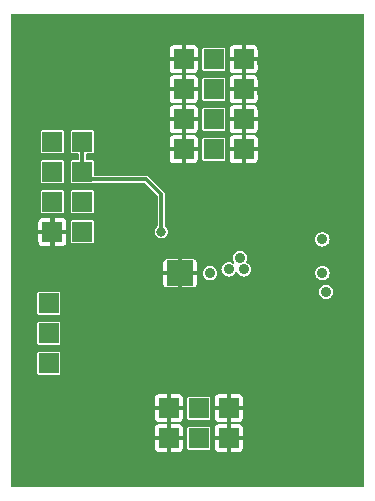
<source format=gbr>
%TF.GenerationSoftware,KiCad,Pcbnew,6.0.4-6f826c9f35~116~ubuntu20.04.1*%
%TF.CreationDate,2022-07-20T15:12:22+00:00*%
%TF.ProjectId,TPS63060V01B,54505336-3330-4363-9056-3031422e6b69,rev?*%
%TF.SameCoordinates,Original*%
%TF.FileFunction,Copper,L1,Top*%
%TF.FilePolarity,Positive*%
%FSLAX46Y46*%
G04 Gerber Fmt 4.6, Leading zero omitted, Abs format (unit mm)*
G04 Created by KiCad (PCBNEW 6.0.4-6f826c9f35~116~ubuntu20.04.1) date 2022-07-20 15:12:22*
%MOMM*%
%LPD*%
G01*
G04 APERTURE LIST*
%TA.AperFunction,ComponentPad*%
%ADD10R,1.651000X1.651000*%
%TD*%
%TA.AperFunction,ComponentPad*%
%ADD11C,6.000000*%
%TD*%
%TA.AperFunction,ComponentPad*%
%ADD12C,0.600000*%
%TD*%
%TA.AperFunction,SMDPad,CuDef*%
%ADD13R,2.300000X2.300000*%
%TD*%
%TA.AperFunction,ViaPad*%
%ADD14C,0.906400*%
%TD*%
%TA.AperFunction,ViaPad*%
%ADD15C,0.806400*%
%TD*%
%TA.AperFunction,Conductor*%
%ADD16C,0.304800*%
%TD*%
G04 APERTURE END LIST*
D10*
%TO.P,SV1,1,P$1*%
%TO.N,Net-(SV1-Pad1)*%
X136753600Y-109448600D03*
%TO.P,SV1,2,P$1*%
%TO.N,Net-(SV1-Pad2)*%
X136753600Y-111988600D03*
%TO.P,SV1,3,P$1*%
%TO.N,Net-(C20-Pad1)*%
X136753600Y-114528600D03*
%TD*%
%TO.P,SV6,1,P$1*%
%TO.N,Net-(SV6-Pad1)*%
X139611100Y-103416100D03*
%TO.P,SV6,2,P$1*%
%TO.N,GND*%
X137071100Y-103416100D03*
%TD*%
D11*
%TO.P,X2,1*%
%TO.N,GND*%
X138341100Y-120243600D03*
%TD*%
D10*
%TO.P,SV4,1,P$1*%
%TO.N,Net-(X5-Pad8)*%
X139611100Y-98336100D03*
%TO.P,SV4,2,P$1*%
%TO.N,Net-(R4-Pad1)*%
X137071100Y-98336100D03*
%TO.P,SV4,3,P$1*%
%TO.N,Net-(X5-Pad8)*%
X139611100Y-95796100D03*
%TO.P,SV4,4,P$1*%
%TO.N,Net-(R5-Pad1)*%
X137071100Y-95796100D03*
%TD*%
D11*
%TO.P,X4,1*%
%TO.N,GND*%
X158661100Y-120243600D03*
%TD*%
D10*
%TO.P,SV5,1,K*%
%TO.N,GND*%
X153263600Y-88811100D03*
%TO.P,SV5,2,K*%
X153263600Y-91351100D03*
%TO.P,SV5,3,K*%
%TO.N,Net-(C3-Pad1)*%
X150723600Y-88811100D03*
%TO.P,SV5,4,K*%
X150723600Y-91351100D03*
%TO.P,SV5,5,K*%
%TO.N,GND*%
X148183600Y-88811100D03*
%TO.P,SV5,6,K*%
X148183600Y-91351100D03*
%TD*%
D11*
%TO.P,X1,1*%
%TO.N,GND*%
X138341100Y-89763600D03*
%TD*%
%TO.P,X3,1*%
%TO.N,GND*%
X158661100Y-89763600D03*
%TD*%
D10*
%TO.P,SV2,1,K*%
%TO.N,GND*%
X148183600Y-96431100D03*
%TO.P,SV2,2,K*%
X148183600Y-93891100D03*
%TO.P,SV2,3,K*%
%TO.N,Net-(C3-Pad1)*%
X150723600Y-96431100D03*
%TO.P,SV2,4,K*%
X150723600Y-93891100D03*
%TO.P,SV2,5,K*%
%TO.N,GND*%
X153263600Y-96431100D03*
%TO.P,SV2,6,K*%
X153263600Y-93891100D03*
%TD*%
%TO.P,SV7,1,P$1*%
%TO.N,Net-(SV7-Pad1)*%
X139611100Y-100876100D03*
%TO.P,SV7,2,P$1*%
X137071100Y-100876100D03*
%TD*%
%TO.P,SV3,1,K*%
%TO.N,GND*%
X151993600Y-118338600D03*
%TO.P,SV3,2,K*%
X151993600Y-120878600D03*
%TO.P,SV3,3,K*%
%TO.N,Net-(P1-Pad1)*%
X149453600Y-118338600D03*
%TO.P,SV3,4,K*%
X149453600Y-120878600D03*
%TO.P,SV3,5,K*%
%TO.N,GND*%
X146913600Y-118338600D03*
%TO.P,SV3,6,K*%
X146913600Y-120878600D03*
%TD*%
D12*
%TO.P,X5,11,PGND*%
%TO.N,GND*%
X148366100Y-106408600D03*
X147866100Y-106908600D03*
X148366100Y-107408600D03*
X147366100Y-107408600D03*
X147366100Y-106408600D03*
D13*
X147866100Y-106909600D03*
%TD*%
D14*
%TO.N,GND*%
X152628600Y-86271100D03*
X157073600Y-106591100D03*
X155168600Y-118021100D03*
X145008600Y-100241100D03*
X157708600Y-113893600D03*
X155168600Y-115481100D03*
X146596100Y-93891100D03*
X141516100Y-122466100D03*
X154851100Y-90398600D03*
X145326100Y-123101100D03*
X158661100Y-97701100D03*
X160248600Y-113258600D03*
X160566100Y-101193600D03*
X155168600Y-116751100D03*
X146596100Y-95161100D03*
X151993600Y-112306100D03*
X144056100Y-123418600D03*
X154851100Y-87858600D03*
X159296100Y-98653600D03*
X146596100Y-91351100D03*
X146596100Y-90081100D03*
X160566100Y-99923600D03*
X150088600Y-86271100D03*
X145643600Y-106273600D03*
X156438600Y-104686100D03*
X155168600Y-122148600D03*
X142151100Y-93891100D03*
X149136100Y-123101100D03*
X155803600Y-106591100D03*
X146596100Y-92621100D03*
X154851100Y-91668600D03*
X160248600Y-94526100D03*
X154851100Y-92938600D03*
X158978600Y-104686100D03*
X153898600Y-86906100D03*
X146596100Y-88811100D03*
X150723600Y-123101100D03*
X145008600Y-101511100D03*
X148183600Y-101193600D03*
X160248600Y-111671100D03*
X156438600Y-113893600D03*
X154533600Y-123101100D03*
X142786100Y-123101100D03*
X140881100Y-108178600D03*
X142151100Y-92621100D03*
X153263600Y-123101100D03*
X138976100Y-108178600D03*
X148818600Y-86271100D03*
X154533600Y-106591100D03*
X152946100Y-99606100D03*
X158661100Y-96113600D03*
X158978600Y-94526100D03*
X157708600Y-104686100D03*
X146596100Y-96431100D03*
X160248600Y-110083600D03*
X151993600Y-123101100D03*
X146596100Y-123101100D03*
X148501100Y-100241100D03*
X151358600Y-86271100D03*
X155168600Y-104686100D03*
X154851100Y-89128600D03*
X153898600Y-104686100D03*
X158343600Y-106591100D03*
X146596100Y-87223600D03*
X158978600Y-113893600D03*
X155168600Y-114211100D03*
X147866100Y-86906100D03*
X160566100Y-102781100D03*
X147866100Y-123101100D03*
%TO.N,Net-(X5-Pad1)*%
X151993600Y-106591100D03*
X150406100Y-106908600D03*
X153263600Y-106591100D03*
X152946100Y-105638600D03*
%TO.N,Net-(X5-Pad10)*%
X160248600Y-108496100D03*
X159931100Y-104051100D03*
X159931100Y-106908600D03*
D15*
%TO.N,Net-(X5-Pad8)*%
X146278600Y-103416100D03*
%TD*%
D16*
%TO.N,Net-(X5-Pad8)*%
X140246100Y-98971100D02*
X139611100Y-98336100D01*
X139611100Y-98336100D02*
X139611100Y-95796100D01*
X140246100Y-98971100D02*
X145008600Y-98971100D01*
X145008600Y-98971100D02*
X146278600Y-100241100D01*
X146278600Y-100241100D02*
X146278600Y-103416100D01*
%TD*%
%TA.AperFunction,Conductor*%
%TO.N,GND*%
G36*
X163435238Y-84980193D02*
G01*
X163460958Y-85024742D01*
X163462100Y-85037800D01*
X163462100Y-124969400D01*
X163444507Y-125017738D01*
X163399958Y-125043458D01*
X163386900Y-125044600D01*
X133615300Y-125044600D01*
X133566962Y-125027007D01*
X133541242Y-124982458D01*
X133540100Y-124969400D01*
X133540100Y-121734980D01*
X145733301Y-121734980D01*
X145733702Y-121740449D01*
X145742715Y-121801684D01*
X145746141Y-121812709D01*
X145792885Y-121907917D01*
X145800019Y-121917882D01*
X145874820Y-121992551D01*
X145884802Y-121999672D01*
X145980095Y-122046252D01*
X145991109Y-122049656D01*
X146051768Y-122058506D01*
X146057201Y-122058900D01*
X146722941Y-122058900D01*
X146733098Y-122055203D01*
X146736200Y-122049831D01*
X146736200Y-122045640D01*
X147091000Y-122045640D01*
X147094697Y-122055797D01*
X147100069Y-122058899D01*
X147769980Y-122058899D01*
X147775449Y-122058498D01*
X147836684Y-122049485D01*
X147847709Y-122046059D01*
X147942917Y-121999315D01*
X147952882Y-121992181D01*
X148027551Y-121917380D01*
X148034672Y-121907398D01*
X148081252Y-121812105D01*
X148084656Y-121801091D01*
X148093506Y-121740432D01*
X148093900Y-121734999D01*
X148093900Y-121069259D01*
X148090203Y-121059102D01*
X148084831Y-121056000D01*
X147104259Y-121056000D01*
X147094102Y-121059697D01*
X147091000Y-121065069D01*
X147091000Y-122045640D01*
X146736200Y-122045640D01*
X146736200Y-121069259D01*
X146732503Y-121059102D01*
X146727131Y-121056000D01*
X145746560Y-121056000D01*
X145736403Y-121059697D01*
X145733301Y-121065069D01*
X145733301Y-121734980D01*
X133540100Y-121734980D01*
X133540100Y-120687941D01*
X145733300Y-120687941D01*
X145736997Y-120698098D01*
X145742369Y-120701200D01*
X146722941Y-120701200D01*
X146733098Y-120697503D01*
X146736200Y-120692131D01*
X146736200Y-120687941D01*
X147091000Y-120687941D01*
X147094697Y-120698098D01*
X147100069Y-120701200D01*
X148080640Y-120701200D01*
X148090797Y-120697503D01*
X148093899Y-120692131D01*
X148093899Y-120038043D01*
X148475200Y-120038043D01*
X148475201Y-121719156D01*
X148484072Y-121763758D01*
X148517866Y-121814334D01*
X148524023Y-121818448D01*
X148562283Y-121844013D01*
X148562284Y-121844014D01*
X148568442Y-121848128D01*
X148613043Y-121857000D01*
X149453486Y-121857000D01*
X150294156Y-121856999D01*
X150338758Y-121848128D01*
X150389334Y-121814334D01*
X150423128Y-121763758D01*
X150428849Y-121734999D01*
X150428853Y-121734980D01*
X150813301Y-121734980D01*
X150813702Y-121740449D01*
X150822715Y-121801684D01*
X150826141Y-121812709D01*
X150872885Y-121907917D01*
X150880019Y-121917882D01*
X150954820Y-121992551D01*
X150964802Y-121999672D01*
X151060095Y-122046252D01*
X151071109Y-122049656D01*
X151131768Y-122058506D01*
X151137201Y-122058900D01*
X151802941Y-122058900D01*
X151813098Y-122055203D01*
X151816200Y-122049831D01*
X151816200Y-122045640D01*
X152171000Y-122045640D01*
X152174697Y-122055797D01*
X152180069Y-122058899D01*
X152849980Y-122058899D01*
X152855449Y-122058498D01*
X152916684Y-122049485D01*
X152927709Y-122046059D01*
X153022917Y-121999315D01*
X153032882Y-121992181D01*
X153107551Y-121917380D01*
X153114672Y-121907398D01*
X153161252Y-121812105D01*
X153164656Y-121801091D01*
X153173506Y-121740432D01*
X153173900Y-121734999D01*
X153173900Y-121069259D01*
X153170203Y-121059102D01*
X153164831Y-121056000D01*
X152184259Y-121056000D01*
X152174102Y-121059697D01*
X152171000Y-121065069D01*
X152171000Y-122045640D01*
X151816200Y-122045640D01*
X151816200Y-121069259D01*
X151812503Y-121059102D01*
X151807131Y-121056000D01*
X150826560Y-121056000D01*
X150816403Y-121059697D01*
X150813301Y-121065069D01*
X150813301Y-121734980D01*
X150428853Y-121734980D01*
X150431279Y-121722782D01*
X150431279Y-121722781D01*
X150432000Y-121719157D01*
X150431999Y-120687941D01*
X150813300Y-120687941D01*
X150816997Y-120698098D01*
X150822369Y-120701200D01*
X151802941Y-120701200D01*
X151813098Y-120697503D01*
X151816200Y-120692131D01*
X151816200Y-120687941D01*
X152171000Y-120687941D01*
X152174697Y-120698098D01*
X152180069Y-120701200D01*
X153160640Y-120701200D01*
X153170797Y-120697503D01*
X153173899Y-120692131D01*
X153173899Y-120022220D01*
X153173498Y-120016751D01*
X153164485Y-119955516D01*
X153161059Y-119944491D01*
X153114315Y-119849283D01*
X153107181Y-119839318D01*
X153032380Y-119764649D01*
X153022398Y-119757528D01*
X152927105Y-119710948D01*
X152916091Y-119707544D01*
X152855432Y-119698694D01*
X152849999Y-119698300D01*
X152184259Y-119698300D01*
X152174102Y-119701997D01*
X152171000Y-119707369D01*
X152171000Y-120687941D01*
X151816200Y-120687941D01*
X151816200Y-119711560D01*
X151812503Y-119701403D01*
X151807131Y-119698301D01*
X151137220Y-119698301D01*
X151131751Y-119698702D01*
X151070516Y-119707715D01*
X151059491Y-119711141D01*
X150964283Y-119757885D01*
X150954318Y-119765019D01*
X150879649Y-119839820D01*
X150872528Y-119849802D01*
X150825948Y-119945095D01*
X150822544Y-119956109D01*
X150813694Y-120016768D01*
X150813300Y-120022201D01*
X150813300Y-120687941D01*
X150431999Y-120687941D01*
X150431999Y-120038044D01*
X150423128Y-119993442D01*
X150389334Y-119942866D01*
X150344918Y-119913188D01*
X150344916Y-119913186D01*
X150338758Y-119909072D01*
X150294157Y-119900200D01*
X149453714Y-119900200D01*
X148613044Y-119900201D01*
X148568442Y-119909072D01*
X148517866Y-119942866D01*
X148484072Y-119993442D01*
X148482627Y-120000706D01*
X148478348Y-120022220D01*
X148475200Y-120038043D01*
X148093899Y-120038043D01*
X148093899Y-120022220D01*
X148093498Y-120016751D01*
X148084485Y-119955516D01*
X148081059Y-119944491D01*
X148034315Y-119849283D01*
X148027181Y-119839318D01*
X147952380Y-119764649D01*
X147942398Y-119757528D01*
X147847105Y-119710948D01*
X147836091Y-119707544D01*
X147775432Y-119698694D01*
X147769999Y-119698300D01*
X147104259Y-119698300D01*
X147094102Y-119701997D01*
X147091000Y-119707369D01*
X147091000Y-120687941D01*
X146736200Y-120687941D01*
X146736200Y-119711560D01*
X146732503Y-119701403D01*
X146727131Y-119698301D01*
X146057220Y-119698301D01*
X146051751Y-119698702D01*
X145990516Y-119707715D01*
X145979491Y-119711141D01*
X145884283Y-119757885D01*
X145874318Y-119765019D01*
X145799649Y-119839820D01*
X145792528Y-119849802D01*
X145745948Y-119945095D01*
X145742544Y-119956109D01*
X145733694Y-120016768D01*
X145733300Y-120022201D01*
X145733300Y-120687941D01*
X133540100Y-120687941D01*
X133540100Y-119194980D01*
X145733301Y-119194980D01*
X145733702Y-119200449D01*
X145742715Y-119261684D01*
X145746141Y-119272709D01*
X145792885Y-119367917D01*
X145800019Y-119377882D01*
X145874820Y-119452551D01*
X145884802Y-119459672D01*
X145980095Y-119506252D01*
X145991109Y-119509656D01*
X146051768Y-119518506D01*
X146057201Y-119518900D01*
X146722941Y-119518900D01*
X146733098Y-119515203D01*
X146736200Y-119509831D01*
X146736200Y-119505640D01*
X147091000Y-119505640D01*
X147094697Y-119515797D01*
X147100069Y-119518899D01*
X147769980Y-119518899D01*
X147775449Y-119518498D01*
X147836684Y-119509485D01*
X147847709Y-119506059D01*
X147942917Y-119459315D01*
X147952882Y-119452181D01*
X148027551Y-119377380D01*
X148034672Y-119367398D01*
X148081252Y-119272105D01*
X148084656Y-119261091D01*
X148093506Y-119200432D01*
X148093900Y-119194999D01*
X148093900Y-118529259D01*
X148090203Y-118519102D01*
X148084831Y-118516000D01*
X147104259Y-118516000D01*
X147094102Y-118519697D01*
X147091000Y-118525069D01*
X147091000Y-119505640D01*
X146736200Y-119505640D01*
X146736200Y-118529259D01*
X146732503Y-118519102D01*
X146727131Y-118516000D01*
X145746560Y-118516000D01*
X145736403Y-118519697D01*
X145733301Y-118525069D01*
X145733301Y-119194980D01*
X133540100Y-119194980D01*
X133540100Y-118147941D01*
X145733300Y-118147941D01*
X145736997Y-118158098D01*
X145742369Y-118161200D01*
X146722941Y-118161200D01*
X146733098Y-118157503D01*
X146736200Y-118152131D01*
X146736200Y-118147941D01*
X147091000Y-118147941D01*
X147094697Y-118158098D01*
X147100069Y-118161200D01*
X148080640Y-118161200D01*
X148090797Y-118157503D01*
X148093899Y-118152131D01*
X148093899Y-117498043D01*
X148475200Y-117498043D01*
X148475201Y-119179156D01*
X148484072Y-119223758D01*
X148517866Y-119274334D01*
X148524023Y-119278448D01*
X148562283Y-119304013D01*
X148562284Y-119304014D01*
X148568442Y-119308128D01*
X148613043Y-119317000D01*
X149453486Y-119317000D01*
X150294156Y-119316999D01*
X150338758Y-119308128D01*
X150389334Y-119274334D01*
X150423128Y-119223758D01*
X150428849Y-119194999D01*
X150428853Y-119194980D01*
X150813301Y-119194980D01*
X150813702Y-119200449D01*
X150822715Y-119261684D01*
X150826141Y-119272709D01*
X150872885Y-119367917D01*
X150880019Y-119377882D01*
X150954820Y-119452551D01*
X150964802Y-119459672D01*
X151060095Y-119506252D01*
X151071109Y-119509656D01*
X151131768Y-119518506D01*
X151137201Y-119518900D01*
X151802941Y-119518900D01*
X151813098Y-119515203D01*
X151816200Y-119509831D01*
X151816200Y-119505640D01*
X152171000Y-119505640D01*
X152174697Y-119515797D01*
X152180069Y-119518899D01*
X152849980Y-119518899D01*
X152855449Y-119518498D01*
X152916684Y-119509485D01*
X152927709Y-119506059D01*
X153022917Y-119459315D01*
X153032882Y-119452181D01*
X153107551Y-119377380D01*
X153114672Y-119367398D01*
X153161252Y-119272105D01*
X153164656Y-119261091D01*
X153173506Y-119200432D01*
X153173900Y-119194999D01*
X153173900Y-118529259D01*
X153170203Y-118519102D01*
X153164831Y-118516000D01*
X152184259Y-118516000D01*
X152174102Y-118519697D01*
X152171000Y-118525069D01*
X152171000Y-119505640D01*
X151816200Y-119505640D01*
X151816200Y-118529259D01*
X151812503Y-118519102D01*
X151807131Y-118516000D01*
X150826560Y-118516000D01*
X150816403Y-118519697D01*
X150813301Y-118525069D01*
X150813301Y-119194980D01*
X150428853Y-119194980D01*
X150431279Y-119182782D01*
X150431279Y-119182781D01*
X150432000Y-119179157D01*
X150431999Y-118147941D01*
X150813300Y-118147941D01*
X150816997Y-118158098D01*
X150822369Y-118161200D01*
X151802941Y-118161200D01*
X151813098Y-118157503D01*
X151816200Y-118152131D01*
X151816200Y-118147941D01*
X152171000Y-118147941D01*
X152174697Y-118158098D01*
X152180069Y-118161200D01*
X153160640Y-118161200D01*
X153170797Y-118157503D01*
X153173899Y-118152131D01*
X153173899Y-117482220D01*
X153173498Y-117476751D01*
X153164485Y-117415516D01*
X153161059Y-117404491D01*
X153114315Y-117309283D01*
X153107181Y-117299318D01*
X153032380Y-117224649D01*
X153022398Y-117217528D01*
X152927105Y-117170948D01*
X152916091Y-117167544D01*
X152855432Y-117158694D01*
X152849999Y-117158300D01*
X152184259Y-117158300D01*
X152174102Y-117161997D01*
X152171000Y-117167369D01*
X152171000Y-118147941D01*
X151816200Y-118147941D01*
X151816200Y-117171560D01*
X151812503Y-117161403D01*
X151807131Y-117158301D01*
X151137220Y-117158301D01*
X151131751Y-117158702D01*
X151070516Y-117167715D01*
X151059491Y-117171141D01*
X150964283Y-117217885D01*
X150954318Y-117225019D01*
X150879649Y-117299820D01*
X150872528Y-117309802D01*
X150825948Y-117405095D01*
X150822544Y-117416109D01*
X150813694Y-117476768D01*
X150813300Y-117482201D01*
X150813300Y-118147941D01*
X150431999Y-118147941D01*
X150431999Y-117498044D01*
X150423128Y-117453442D01*
X150389334Y-117402866D01*
X150344918Y-117373188D01*
X150344916Y-117373186D01*
X150338758Y-117369072D01*
X150294157Y-117360200D01*
X149453714Y-117360200D01*
X148613044Y-117360201D01*
X148568442Y-117369072D01*
X148517866Y-117402866D01*
X148484072Y-117453442D01*
X148482627Y-117460706D01*
X148478348Y-117482220D01*
X148475200Y-117498043D01*
X148093899Y-117498043D01*
X148093899Y-117482220D01*
X148093498Y-117476751D01*
X148084485Y-117415516D01*
X148081059Y-117404491D01*
X148034315Y-117309283D01*
X148027181Y-117299318D01*
X147952380Y-117224649D01*
X147942398Y-117217528D01*
X147847105Y-117170948D01*
X147836091Y-117167544D01*
X147775432Y-117158694D01*
X147769999Y-117158300D01*
X147104259Y-117158300D01*
X147094102Y-117161997D01*
X147091000Y-117167369D01*
X147091000Y-118147941D01*
X146736200Y-118147941D01*
X146736200Y-117171560D01*
X146732503Y-117161403D01*
X146727131Y-117158301D01*
X146057220Y-117158301D01*
X146051751Y-117158702D01*
X145990516Y-117167715D01*
X145979491Y-117171141D01*
X145884283Y-117217885D01*
X145874318Y-117225019D01*
X145799649Y-117299820D01*
X145792528Y-117309802D01*
X145745948Y-117405095D01*
X145742544Y-117416109D01*
X145733694Y-117476768D01*
X145733300Y-117482201D01*
X145733300Y-118147941D01*
X133540100Y-118147941D01*
X133540100Y-113688043D01*
X135775200Y-113688043D01*
X135775201Y-115369156D01*
X135784072Y-115413758D01*
X135817866Y-115464334D01*
X135824023Y-115468448D01*
X135862283Y-115494013D01*
X135862284Y-115494014D01*
X135868442Y-115498128D01*
X135913043Y-115507000D01*
X136753486Y-115507000D01*
X137594156Y-115506999D01*
X137638758Y-115498128D01*
X137689334Y-115464334D01*
X137723128Y-115413758D01*
X137732000Y-115369157D01*
X137731999Y-113688044D01*
X137723128Y-113643442D01*
X137689334Y-113592866D01*
X137644918Y-113563188D01*
X137644916Y-113563186D01*
X137638758Y-113559072D01*
X137594157Y-113550200D01*
X136753714Y-113550200D01*
X135913044Y-113550201D01*
X135868442Y-113559072D01*
X135817866Y-113592866D01*
X135784072Y-113643442D01*
X135775200Y-113688043D01*
X133540100Y-113688043D01*
X133540100Y-111148043D01*
X135775200Y-111148043D01*
X135775201Y-112829156D01*
X135784072Y-112873758D01*
X135817866Y-112924334D01*
X135824023Y-112928448D01*
X135862283Y-112954013D01*
X135862284Y-112954014D01*
X135868442Y-112958128D01*
X135913043Y-112967000D01*
X136753486Y-112967000D01*
X137594156Y-112966999D01*
X137638758Y-112958128D01*
X137689334Y-112924334D01*
X137723128Y-112873758D01*
X137732000Y-112829157D01*
X137731999Y-111148044D01*
X137723128Y-111103442D01*
X137689334Y-111052866D01*
X137644918Y-111023188D01*
X137644916Y-111023186D01*
X137638758Y-111019072D01*
X137594157Y-111010200D01*
X136753714Y-111010200D01*
X135913044Y-111010201D01*
X135868442Y-111019072D01*
X135817866Y-111052866D01*
X135784072Y-111103442D01*
X135775200Y-111148043D01*
X133540100Y-111148043D01*
X133540100Y-108608043D01*
X135775200Y-108608043D01*
X135775201Y-110289156D01*
X135784072Y-110333758D01*
X135817866Y-110384334D01*
X135824023Y-110388448D01*
X135862283Y-110414013D01*
X135862284Y-110414014D01*
X135868442Y-110418128D01*
X135913043Y-110427000D01*
X136753486Y-110427000D01*
X137594156Y-110426999D01*
X137638758Y-110418128D01*
X137689334Y-110384334D01*
X137723128Y-110333758D01*
X137732000Y-110289157D01*
X137731999Y-108608044D01*
X137723128Y-108563442D01*
X137689334Y-108512866D01*
X137683177Y-108508752D01*
X137664242Y-108496100D01*
X159637270Y-108496100D01*
X159637913Y-108500984D01*
X159652495Y-108611741D01*
X159658101Y-108654324D01*
X159719173Y-108801765D01*
X159722169Y-108805669D01*
X159722171Y-108805673D01*
X159813326Y-108924469D01*
X159816324Y-108928376D01*
X159820231Y-108931374D01*
X159939027Y-109022529D01*
X159939031Y-109022531D01*
X159942935Y-109025527D01*
X160016655Y-109056063D01*
X160085827Y-109084715D01*
X160085829Y-109084715D01*
X160090376Y-109086599D01*
X160095254Y-109087241D01*
X160095257Y-109087242D01*
X160243716Y-109106787D01*
X160248600Y-109107430D01*
X160253484Y-109106787D01*
X160401943Y-109087242D01*
X160401946Y-109087241D01*
X160406824Y-109086599D01*
X160411371Y-109084715D01*
X160411373Y-109084715D01*
X160480545Y-109056063D01*
X160554265Y-109025527D01*
X160558169Y-109022531D01*
X160558173Y-109022529D01*
X160676969Y-108931374D01*
X160680876Y-108928376D01*
X160683874Y-108924469D01*
X160775029Y-108805673D01*
X160775031Y-108805669D01*
X160778027Y-108801765D01*
X160839099Y-108654324D01*
X160844706Y-108611741D01*
X160859287Y-108500984D01*
X160859930Y-108496100D01*
X160839099Y-108337876D01*
X160778027Y-108190435D01*
X160775031Y-108186531D01*
X160775029Y-108186527D01*
X160683874Y-108067731D01*
X160680876Y-108063824D01*
X160658535Y-108046681D01*
X160558173Y-107969671D01*
X160558169Y-107969669D01*
X160554265Y-107966673D01*
X160480545Y-107936137D01*
X160411373Y-107907485D01*
X160411371Y-107907485D01*
X160406824Y-107905601D01*
X160401946Y-107904959D01*
X160401943Y-107904958D01*
X160253484Y-107885413D01*
X160248600Y-107884770D01*
X160243716Y-107885413D01*
X160095257Y-107904958D01*
X160095254Y-107904959D01*
X160090376Y-107905601D01*
X160085829Y-107907485D01*
X160085827Y-107907485D01*
X160016655Y-107936137D01*
X159942935Y-107966673D01*
X159939031Y-107969669D01*
X159939027Y-107969671D01*
X159838665Y-108046681D01*
X159816324Y-108063824D01*
X159813326Y-108067731D01*
X159722171Y-108186527D01*
X159722169Y-108186531D01*
X159719173Y-108190435D01*
X159658101Y-108337876D01*
X159637270Y-108496100D01*
X137664242Y-108496100D01*
X137644917Y-108483187D01*
X137644916Y-108483186D01*
X137638758Y-108479072D01*
X137594157Y-108470200D01*
X136753714Y-108470200D01*
X135913044Y-108470201D01*
X135868442Y-108479072D01*
X135817866Y-108512866D01*
X135784072Y-108563442D01*
X135775200Y-108608043D01*
X133540100Y-108608043D01*
X133540100Y-107789480D01*
X146436301Y-107789480D01*
X146436702Y-107794949D01*
X146445715Y-107856184D01*
X146449141Y-107867209D01*
X146495885Y-107962417D01*
X146503019Y-107972382D01*
X146577820Y-108047051D01*
X146587802Y-108054172D01*
X146683095Y-108100752D01*
X146694109Y-108104156D01*
X146754768Y-108113006D01*
X146760201Y-108113400D01*
X147675441Y-108113400D01*
X147685598Y-108109703D01*
X147688700Y-108104331D01*
X147688700Y-108100140D01*
X148043500Y-108100140D01*
X148047197Y-108110297D01*
X148052569Y-108113399D01*
X148971980Y-108113399D01*
X148977449Y-108112998D01*
X149038684Y-108103985D01*
X149049709Y-108100559D01*
X149144917Y-108053815D01*
X149154882Y-108046681D01*
X149229551Y-107971880D01*
X149236672Y-107961898D01*
X149283252Y-107866605D01*
X149286656Y-107855591D01*
X149295506Y-107794932D01*
X149295900Y-107789499D01*
X149295900Y-107099259D01*
X149292203Y-107089102D01*
X149286831Y-107086000D01*
X148752841Y-107086000D01*
X148731995Y-107093587D01*
X148516981Y-107308600D01*
X148266100Y-107559481D01*
X148052876Y-107772706D01*
X148043500Y-107792812D01*
X148043500Y-108100140D01*
X147688700Y-108100140D01*
X147688700Y-107795341D01*
X147681113Y-107774495D01*
X147215219Y-107308600D01*
X147001995Y-107095377D01*
X146981886Y-107086000D01*
X146449560Y-107086000D01*
X146439403Y-107089697D01*
X146436301Y-107095069D01*
X146436301Y-107789480D01*
X133540100Y-107789480D01*
X133540100Y-106908600D01*
X149794770Y-106908600D01*
X149795413Y-106913484D01*
X149810276Y-107026374D01*
X149815601Y-107066824D01*
X149817485Y-107071371D01*
X149817485Y-107071373D01*
X149827300Y-107095069D01*
X149876673Y-107214265D01*
X149879669Y-107218169D01*
X149879671Y-107218173D01*
X149949058Y-107308600D01*
X149973824Y-107340876D01*
X149977731Y-107343874D01*
X150096527Y-107435029D01*
X150096531Y-107435031D01*
X150100435Y-107438027D01*
X150174156Y-107468563D01*
X150243327Y-107497215D01*
X150243329Y-107497215D01*
X150247876Y-107499099D01*
X150252754Y-107499741D01*
X150252757Y-107499742D01*
X150401216Y-107519287D01*
X150406100Y-107519930D01*
X150410984Y-107519287D01*
X150559443Y-107499742D01*
X150559446Y-107499741D01*
X150564324Y-107499099D01*
X150568871Y-107497215D01*
X150568873Y-107497215D01*
X150638044Y-107468563D01*
X150711765Y-107438027D01*
X150715669Y-107435031D01*
X150715673Y-107435029D01*
X150834469Y-107343874D01*
X150838376Y-107340876D01*
X150863142Y-107308600D01*
X150932529Y-107218173D01*
X150932531Y-107218169D01*
X150935527Y-107214265D01*
X150984900Y-107095069D01*
X150994715Y-107071373D01*
X150994715Y-107071371D01*
X150996599Y-107066824D01*
X151001925Y-107026374D01*
X151016787Y-106913484D01*
X151017430Y-106908600D01*
X151004399Y-106809619D01*
X150997242Y-106755257D01*
X150997241Y-106755254D01*
X150996599Y-106750376D01*
X150994142Y-106744443D01*
X150937411Y-106607484D01*
X150935527Y-106602935D01*
X150932531Y-106599031D01*
X150932529Y-106599027D01*
X150926446Y-106591100D01*
X151382270Y-106591100D01*
X151403101Y-106749324D01*
X151404985Y-106753871D01*
X151404985Y-106753873D01*
X151409586Y-106764980D01*
X151464173Y-106896765D01*
X151467169Y-106900669D01*
X151467171Y-106900673D01*
X151558326Y-107019469D01*
X151561324Y-107023376D01*
X151565231Y-107026374D01*
X151684027Y-107117529D01*
X151684031Y-107117531D01*
X151687935Y-107120527D01*
X151761655Y-107151063D01*
X151830827Y-107179715D01*
X151830829Y-107179715D01*
X151835376Y-107181599D01*
X151840254Y-107182241D01*
X151840257Y-107182242D01*
X151988716Y-107201787D01*
X151993600Y-107202430D01*
X151998484Y-107201787D01*
X152146943Y-107182242D01*
X152146946Y-107182241D01*
X152151824Y-107181599D01*
X152156371Y-107179715D01*
X152156373Y-107179715D01*
X152225545Y-107151063D01*
X152299265Y-107120527D01*
X152303169Y-107117531D01*
X152303173Y-107117529D01*
X152421969Y-107026374D01*
X152425876Y-107023376D01*
X152428874Y-107019469D01*
X152520029Y-106900673D01*
X152520031Y-106900669D01*
X152523027Y-106896765D01*
X152559124Y-106809619D01*
X152593876Y-106771694D01*
X152644876Y-106764980D01*
X152688260Y-106792618D01*
X152698076Y-106809619D01*
X152734173Y-106896765D01*
X152737169Y-106900669D01*
X152737171Y-106900673D01*
X152828326Y-107019469D01*
X152831324Y-107023376D01*
X152835231Y-107026374D01*
X152954027Y-107117529D01*
X152954031Y-107117531D01*
X152957935Y-107120527D01*
X153031655Y-107151063D01*
X153100827Y-107179715D01*
X153100829Y-107179715D01*
X153105376Y-107181599D01*
X153110254Y-107182241D01*
X153110257Y-107182242D01*
X153258716Y-107201787D01*
X153263600Y-107202430D01*
X153268484Y-107201787D01*
X153416943Y-107182242D01*
X153416946Y-107182241D01*
X153421824Y-107181599D01*
X153426371Y-107179715D01*
X153426373Y-107179715D01*
X153495545Y-107151063D01*
X153569265Y-107120527D01*
X153573169Y-107117531D01*
X153573173Y-107117529D01*
X153691969Y-107026374D01*
X153695876Y-107023376D01*
X153698874Y-107019469D01*
X153783946Y-106908600D01*
X159319770Y-106908600D01*
X159320413Y-106913484D01*
X159335276Y-107026374D01*
X159340601Y-107066824D01*
X159342485Y-107071371D01*
X159342485Y-107071373D01*
X159352300Y-107095069D01*
X159401673Y-107214265D01*
X159404669Y-107218169D01*
X159404671Y-107218173D01*
X159474058Y-107308600D01*
X159498824Y-107340876D01*
X159502731Y-107343874D01*
X159621527Y-107435029D01*
X159621531Y-107435031D01*
X159625435Y-107438027D01*
X159699156Y-107468563D01*
X159768327Y-107497215D01*
X159768329Y-107497215D01*
X159772876Y-107499099D01*
X159777754Y-107499741D01*
X159777757Y-107499742D01*
X159926216Y-107519287D01*
X159931100Y-107519930D01*
X159935984Y-107519287D01*
X160084443Y-107499742D01*
X160084446Y-107499741D01*
X160089324Y-107499099D01*
X160093871Y-107497215D01*
X160093873Y-107497215D01*
X160163044Y-107468563D01*
X160236765Y-107438027D01*
X160240669Y-107435031D01*
X160240673Y-107435029D01*
X160359469Y-107343874D01*
X160363376Y-107340876D01*
X160388142Y-107308600D01*
X160457529Y-107218173D01*
X160457531Y-107218169D01*
X160460527Y-107214265D01*
X160509900Y-107095069D01*
X160519715Y-107071373D01*
X160519715Y-107071371D01*
X160521599Y-107066824D01*
X160526925Y-107026374D01*
X160541787Y-106913484D01*
X160542430Y-106908600D01*
X160529399Y-106809619D01*
X160522242Y-106755257D01*
X160522241Y-106755254D01*
X160521599Y-106750376D01*
X160519142Y-106744443D01*
X160462411Y-106607484D01*
X160460527Y-106602935D01*
X160457531Y-106599031D01*
X160457529Y-106599027D01*
X160366374Y-106480231D01*
X160363376Y-106476324D01*
X160306753Y-106432876D01*
X160240673Y-106382171D01*
X160240669Y-106382169D01*
X160236765Y-106379173D01*
X160163044Y-106348637D01*
X160093873Y-106319985D01*
X160093871Y-106319985D01*
X160089324Y-106318101D01*
X160084446Y-106317459D01*
X160084443Y-106317458D01*
X159935984Y-106297913D01*
X159931100Y-106297270D01*
X159926216Y-106297913D01*
X159777757Y-106317458D01*
X159777754Y-106317459D01*
X159772876Y-106318101D01*
X159768329Y-106319985D01*
X159768327Y-106319985D01*
X159699156Y-106348637D01*
X159625435Y-106379173D01*
X159621531Y-106382169D01*
X159621527Y-106382171D01*
X159555447Y-106432876D01*
X159498824Y-106476324D01*
X159495826Y-106480231D01*
X159404671Y-106599027D01*
X159404669Y-106599031D01*
X159401673Y-106602935D01*
X159399789Y-106607484D01*
X159343059Y-106744443D01*
X159340601Y-106750376D01*
X159339959Y-106755254D01*
X159339958Y-106755257D01*
X159332801Y-106809619D01*
X159319770Y-106908600D01*
X153783946Y-106908600D01*
X153790029Y-106900673D01*
X153790031Y-106900669D01*
X153793027Y-106896765D01*
X153847614Y-106764980D01*
X153852215Y-106753873D01*
X153852215Y-106753871D01*
X153854099Y-106749324D01*
X153874930Y-106591100D01*
X153859819Y-106476324D01*
X153854742Y-106437757D01*
X153854741Y-106437754D01*
X153854099Y-106432876D01*
X153847615Y-106417221D01*
X153806291Y-106317458D01*
X153793027Y-106285435D01*
X153790031Y-106281531D01*
X153790029Y-106281527D01*
X153698874Y-106162731D01*
X153695876Y-106158824D01*
X153651527Y-106124794D01*
X153573173Y-106064671D01*
X153573169Y-106064669D01*
X153569265Y-106061673D01*
X153564717Y-106059789D01*
X153564714Y-106059787D01*
X153517222Y-106040116D01*
X153479296Y-106005364D01*
X153472581Y-105954364D01*
X153476523Y-105941862D01*
X153534715Y-105801373D01*
X153534715Y-105801371D01*
X153536599Y-105796824D01*
X153540063Y-105770519D01*
X153556787Y-105643484D01*
X153557430Y-105638600D01*
X153536599Y-105480376D01*
X153475527Y-105332935D01*
X153472531Y-105329031D01*
X153472529Y-105329027D01*
X153381374Y-105210231D01*
X153378376Y-105206324D01*
X153374469Y-105203326D01*
X153255673Y-105112171D01*
X153255669Y-105112169D01*
X153251765Y-105109173D01*
X153178045Y-105078637D01*
X153108873Y-105049985D01*
X153108871Y-105049985D01*
X153104324Y-105048101D01*
X153099446Y-105047459D01*
X153099443Y-105047458D01*
X152950984Y-105027913D01*
X152946100Y-105027270D01*
X152941216Y-105027913D01*
X152792757Y-105047458D01*
X152792754Y-105047459D01*
X152787876Y-105048101D01*
X152783329Y-105049985D01*
X152783327Y-105049985D01*
X152714155Y-105078637D01*
X152640435Y-105109173D01*
X152636531Y-105112169D01*
X152636527Y-105112171D01*
X152517731Y-105203326D01*
X152513824Y-105206324D01*
X152510826Y-105210231D01*
X152419671Y-105329027D01*
X152419669Y-105329031D01*
X152416673Y-105332935D01*
X152355601Y-105480376D01*
X152334770Y-105638600D01*
X152335413Y-105643484D01*
X152352138Y-105770519D01*
X152355601Y-105796824D01*
X152416673Y-105944265D01*
X152419672Y-105948173D01*
X152419674Y-105948177D01*
X152456143Y-105995705D01*
X152471611Y-106044764D01*
X152451926Y-106092288D01*
X152406298Y-106116040D01*
X152356078Y-106104906D01*
X152350705Y-106101143D01*
X152303177Y-106064674D01*
X152303172Y-106064671D01*
X152299265Y-106061673D01*
X152204092Y-106022251D01*
X152156373Y-106002485D01*
X152156371Y-106002485D01*
X152151824Y-106000601D01*
X152146946Y-105999959D01*
X152146943Y-105999958D01*
X151998484Y-105980413D01*
X151993600Y-105979770D01*
X151988716Y-105980413D01*
X151840257Y-105999958D01*
X151840254Y-105999959D01*
X151835376Y-106000601D01*
X151830829Y-106002485D01*
X151830827Y-106002485D01*
X151783108Y-106022251D01*
X151687935Y-106061673D01*
X151684031Y-106064669D01*
X151684027Y-106064671D01*
X151605673Y-106124794D01*
X151561324Y-106158824D01*
X151558326Y-106162731D01*
X151467171Y-106281527D01*
X151467169Y-106281531D01*
X151464173Y-106285435D01*
X151450909Y-106317458D01*
X151409586Y-106417221D01*
X151403101Y-106432876D01*
X151402459Y-106437754D01*
X151402458Y-106437757D01*
X151397381Y-106476324D01*
X151382270Y-106591100D01*
X150926446Y-106591100D01*
X150841374Y-106480231D01*
X150838376Y-106476324D01*
X150781753Y-106432876D01*
X150715673Y-106382171D01*
X150715669Y-106382169D01*
X150711765Y-106379173D01*
X150638044Y-106348637D01*
X150568873Y-106319985D01*
X150568871Y-106319985D01*
X150564324Y-106318101D01*
X150559446Y-106317459D01*
X150559443Y-106317458D01*
X150410984Y-106297913D01*
X150406100Y-106297270D01*
X150401216Y-106297913D01*
X150252757Y-106317458D01*
X150252754Y-106317459D01*
X150247876Y-106318101D01*
X150243329Y-106319985D01*
X150243327Y-106319985D01*
X150174156Y-106348637D01*
X150100435Y-106379173D01*
X150096531Y-106382169D01*
X150096527Y-106382171D01*
X150030447Y-106432876D01*
X149973824Y-106476324D01*
X149970826Y-106480231D01*
X149879671Y-106599027D01*
X149879669Y-106599031D01*
X149876673Y-106602935D01*
X149874789Y-106607484D01*
X149818059Y-106744443D01*
X149815601Y-106750376D01*
X149814959Y-106755254D01*
X149814958Y-106755257D01*
X149807801Y-106809619D01*
X149794770Y-106908600D01*
X133540100Y-106908600D01*
X133540100Y-106717941D01*
X146436300Y-106717941D01*
X146439997Y-106728098D01*
X146445369Y-106731200D01*
X146979359Y-106731200D01*
X147000205Y-106723613D01*
X147466100Y-106257719D01*
X147679323Y-106044495D01*
X147688700Y-106024386D01*
X147688700Y-106021859D01*
X148043500Y-106021859D01*
X148051087Y-106042705D01*
X148266100Y-106257719D01*
X148730206Y-106721824D01*
X148750312Y-106731200D01*
X149282640Y-106731200D01*
X149292797Y-106727503D01*
X149295899Y-106722131D01*
X149295899Y-106027720D01*
X149295498Y-106022251D01*
X149286485Y-105961016D01*
X149283059Y-105949991D01*
X149236315Y-105854783D01*
X149229181Y-105844818D01*
X149154380Y-105770149D01*
X149144398Y-105763028D01*
X149049105Y-105716448D01*
X149038091Y-105713044D01*
X148977432Y-105704194D01*
X148971999Y-105703800D01*
X148056759Y-105703800D01*
X148046602Y-105707497D01*
X148043500Y-105712869D01*
X148043500Y-106021859D01*
X147688700Y-106021859D01*
X147688700Y-105717060D01*
X147685003Y-105706903D01*
X147679631Y-105703801D01*
X146760220Y-105703801D01*
X146754751Y-105704202D01*
X146693516Y-105713215D01*
X146682491Y-105716641D01*
X146587283Y-105763385D01*
X146577318Y-105770519D01*
X146502649Y-105845320D01*
X146495528Y-105855302D01*
X146448948Y-105950595D01*
X146445544Y-105961609D01*
X146436694Y-106022268D01*
X146436300Y-106027701D01*
X146436300Y-106717941D01*
X133540100Y-106717941D01*
X133540100Y-104272480D01*
X135890801Y-104272480D01*
X135891202Y-104277949D01*
X135900215Y-104339184D01*
X135903641Y-104350209D01*
X135950385Y-104445417D01*
X135957519Y-104455382D01*
X136032320Y-104530051D01*
X136042302Y-104537172D01*
X136137595Y-104583752D01*
X136148609Y-104587156D01*
X136209268Y-104596006D01*
X136214701Y-104596400D01*
X136880441Y-104596400D01*
X136890598Y-104592703D01*
X136893700Y-104587331D01*
X136893700Y-104583140D01*
X137248500Y-104583140D01*
X137252197Y-104593297D01*
X137257569Y-104596399D01*
X137927480Y-104596399D01*
X137932949Y-104595998D01*
X137994184Y-104586985D01*
X138005209Y-104583559D01*
X138100417Y-104536815D01*
X138110382Y-104529681D01*
X138185051Y-104454880D01*
X138192172Y-104444898D01*
X138238752Y-104349605D01*
X138242156Y-104338591D01*
X138251006Y-104277932D01*
X138251400Y-104272499D01*
X138251400Y-103606759D01*
X138247703Y-103596602D01*
X138242331Y-103593500D01*
X137261759Y-103593500D01*
X137251602Y-103597197D01*
X137248500Y-103602569D01*
X137248500Y-104583140D01*
X136893700Y-104583140D01*
X136893700Y-103606759D01*
X136890003Y-103596602D01*
X136884631Y-103593500D01*
X135904060Y-103593500D01*
X135893903Y-103597197D01*
X135890801Y-103602569D01*
X135890801Y-104272480D01*
X133540100Y-104272480D01*
X133540100Y-103225441D01*
X135890800Y-103225441D01*
X135894497Y-103235598D01*
X135899869Y-103238700D01*
X136880441Y-103238700D01*
X136890598Y-103235003D01*
X136893700Y-103229631D01*
X136893700Y-103225441D01*
X137248500Y-103225441D01*
X137252197Y-103235598D01*
X137257569Y-103238700D01*
X138238140Y-103238700D01*
X138248297Y-103235003D01*
X138251399Y-103229631D01*
X138251399Y-102575543D01*
X138632700Y-102575543D01*
X138632701Y-104256656D01*
X138641572Y-104301258D01*
X138675366Y-104351834D01*
X138681523Y-104355948D01*
X138719783Y-104381513D01*
X138719784Y-104381514D01*
X138725942Y-104385628D01*
X138770543Y-104394500D01*
X139610986Y-104394500D01*
X140451656Y-104394499D01*
X140496258Y-104385628D01*
X140546834Y-104351834D01*
X140580628Y-104301258D01*
X140586349Y-104272499D01*
X140588779Y-104260282D01*
X140588779Y-104260281D01*
X140589500Y-104256657D01*
X140589500Y-104051100D01*
X159319770Y-104051100D01*
X159340601Y-104209324D01*
X159342485Y-104213871D01*
X159342485Y-104213873D01*
X159360207Y-104256657D01*
X159401673Y-104356765D01*
X159404669Y-104360669D01*
X159404671Y-104360673D01*
X159495826Y-104479469D01*
X159498824Y-104483376D01*
X159502731Y-104486374D01*
X159621527Y-104577529D01*
X159621531Y-104577531D01*
X159625435Y-104580527D01*
X159663756Y-104596400D01*
X159768327Y-104639715D01*
X159768329Y-104639715D01*
X159772876Y-104641599D01*
X159777754Y-104642241D01*
X159777757Y-104642242D01*
X159926216Y-104661787D01*
X159931100Y-104662430D01*
X159935984Y-104661787D01*
X160084443Y-104642242D01*
X160084446Y-104642241D01*
X160089324Y-104641599D01*
X160093871Y-104639715D01*
X160093873Y-104639715D01*
X160198444Y-104596400D01*
X160236765Y-104580527D01*
X160240669Y-104577531D01*
X160240673Y-104577529D01*
X160359469Y-104486374D01*
X160363376Y-104483376D01*
X160366374Y-104479469D01*
X160457529Y-104360673D01*
X160457531Y-104360669D01*
X160460527Y-104356765D01*
X160501993Y-104256657D01*
X160519715Y-104213873D01*
X160519715Y-104213871D01*
X160521599Y-104209324D01*
X160542430Y-104051100D01*
X160522781Y-103901853D01*
X160522242Y-103897757D01*
X160522241Y-103897754D01*
X160521599Y-103892876D01*
X160460527Y-103745435D01*
X160457531Y-103741531D01*
X160457529Y-103741527D01*
X160366374Y-103622731D01*
X160363376Y-103618824D01*
X160359469Y-103615826D01*
X160240673Y-103524671D01*
X160240669Y-103524669D01*
X160236765Y-103521673D01*
X160163045Y-103491137D01*
X160093873Y-103462485D01*
X160093871Y-103462485D01*
X160089324Y-103460601D01*
X160084446Y-103459959D01*
X160084443Y-103459958D01*
X159935984Y-103440413D01*
X159931100Y-103439770D01*
X159926216Y-103440413D01*
X159777757Y-103459958D01*
X159777754Y-103459959D01*
X159772876Y-103460601D01*
X159768329Y-103462485D01*
X159768327Y-103462485D01*
X159699155Y-103491137D01*
X159625435Y-103521673D01*
X159621531Y-103524669D01*
X159621527Y-103524671D01*
X159502731Y-103615826D01*
X159498824Y-103618824D01*
X159495826Y-103622731D01*
X159404671Y-103741527D01*
X159404669Y-103741531D01*
X159401673Y-103745435D01*
X159340601Y-103892876D01*
X159339959Y-103897754D01*
X159339958Y-103897757D01*
X159339419Y-103901853D01*
X159319770Y-104051100D01*
X140589500Y-104051100D01*
X140589499Y-102575544D01*
X140580628Y-102530942D01*
X140546834Y-102480366D01*
X140502418Y-102450688D01*
X140502416Y-102450686D01*
X140496258Y-102446572D01*
X140451657Y-102437700D01*
X139611214Y-102437700D01*
X138770544Y-102437701D01*
X138725942Y-102446572D01*
X138675366Y-102480366D01*
X138641572Y-102530942D01*
X138640127Y-102538206D01*
X138635848Y-102559720D01*
X138632700Y-102575543D01*
X138251399Y-102575543D01*
X138251399Y-102559720D01*
X138250998Y-102554251D01*
X138241985Y-102493016D01*
X138238559Y-102481991D01*
X138191815Y-102386783D01*
X138184681Y-102376818D01*
X138109880Y-102302149D01*
X138099898Y-102295028D01*
X138004605Y-102248448D01*
X137993591Y-102245044D01*
X137932932Y-102236194D01*
X137927499Y-102235800D01*
X137261759Y-102235800D01*
X137251602Y-102239497D01*
X137248500Y-102244869D01*
X137248500Y-103225441D01*
X136893700Y-103225441D01*
X136893700Y-102249060D01*
X136890003Y-102238903D01*
X136884631Y-102235801D01*
X136214720Y-102235801D01*
X136209251Y-102236202D01*
X136148016Y-102245215D01*
X136136991Y-102248641D01*
X136041783Y-102295385D01*
X136031818Y-102302519D01*
X135957149Y-102377320D01*
X135950028Y-102387302D01*
X135903448Y-102482595D01*
X135900044Y-102493609D01*
X135891194Y-102554268D01*
X135890800Y-102559701D01*
X135890800Y-103225441D01*
X133540100Y-103225441D01*
X133540100Y-100035543D01*
X136092700Y-100035543D01*
X136092701Y-101716656D01*
X136101572Y-101761258D01*
X136135366Y-101811834D01*
X136141523Y-101815948D01*
X136179783Y-101841513D01*
X136179784Y-101841514D01*
X136185942Y-101845628D01*
X136230543Y-101854500D01*
X137070986Y-101854500D01*
X137911656Y-101854499D01*
X137956258Y-101845628D01*
X138006834Y-101811834D01*
X138040628Y-101761258D01*
X138049500Y-101716657D01*
X138049499Y-100035544D01*
X138049499Y-100035543D01*
X138632700Y-100035543D01*
X138632701Y-101716656D01*
X138641572Y-101761258D01*
X138675366Y-101811834D01*
X138681523Y-101815948D01*
X138719783Y-101841513D01*
X138719784Y-101841514D01*
X138725942Y-101845628D01*
X138770543Y-101854500D01*
X139610986Y-101854500D01*
X140451656Y-101854499D01*
X140496258Y-101845628D01*
X140546834Y-101811834D01*
X140580628Y-101761258D01*
X140589500Y-101716657D01*
X140589499Y-100035544D01*
X140580628Y-99990942D01*
X140546834Y-99940366D01*
X140502418Y-99910688D01*
X140502416Y-99910686D01*
X140496258Y-99906572D01*
X140451657Y-99897700D01*
X139611214Y-99897700D01*
X138770544Y-99897701D01*
X138725942Y-99906572D01*
X138675366Y-99940366D01*
X138641572Y-99990942D01*
X138632700Y-100035543D01*
X138049499Y-100035543D01*
X138040628Y-99990942D01*
X138006834Y-99940366D01*
X137962418Y-99910688D01*
X137962416Y-99910686D01*
X137956258Y-99906572D01*
X137911657Y-99897700D01*
X137071214Y-99897700D01*
X136230544Y-99897701D01*
X136185942Y-99906572D01*
X136135366Y-99940366D01*
X136101572Y-99990942D01*
X136092700Y-100035543D01*
X133540100Y-100035543D01*
X133540100Y-97495543D01*
X136092700Y-97495543D01*
X136092701Y-99176656D01*
X136101572Y-99221258D01*
X136135366Y-99271834D01*
X136141523Y-99275948D01*
X136179783Y-99301513D01*
X136179784Y-99301514D01*
X136185942Y-99305628D01*
X136230543Y-99314500D01*
X137070986Y-99314500D01*
X137911656Y-99314499D01*
X137956258Y-99305628D01*
X138006834Y-99271834D01*
X138040628Y-99221258D01*
X138049500Y-99176657D01*
X138049499Y-97495544D01*
X138049499Y-97495543D01*
X138632700Y-97495543D01*
X138632701Y-99176656D01*
X138641572Y-99221258D01*
X138675366Y-99271834D01*
X138681523Y-99275948D01*
X138719783Y-99301513D01*
X138719784Y-99301514D01*
X138725942Y-99305628D01*
X138770543Y-99314500D01*
X139610986Y-99314500D01*
X140451656Y-99314499D01*
X140496258Y-99305628D01*
X140502415Y-99301514D01*
X140502420Y-99301512D01*
X140521034Y-99289074D01*
X140562813Y-99276400D01*
X144850993Y-99276400D01*
X144899331Y-99293993D01*
X144904167Y-99298426D01*
X145951274Y-100345533D01*
X145973014Y-100392153D01*
X145973300Y-100398707D01*
X145973300Y-102912332D01*
X145955707Y-102960670D01*
X145943881Y-102971990D01*
X145881985Y-103019485D01*
X145792847Y-103135651D01*
X145790963Y-103140200D01*
X145751448Y-103235598D01*
X145736813Y-103270929D01*
X145717701Y-103416100D01*
X145718344Y-103420984D01*
X145731995Y-103524671D01*
X145736813Y-103561271D01*
X145738697Y-103565818D01*
X145738697Y-103565820D01*
X145751694Y-103597197D01*
X145792847Y-103696549D01*
X145881985Y-103812715D01*
X145998150Y-103901853D01*
X146065789Y-103929870D01*
X146128880Y-103956003D01*
X146128882Y-103956003D01*
X146133429Y-103957887D01*
X146138307Y-103958529D01*
X146138310Y-103958530D01*
X146273716Y-103976356D01*
X146278600Y-103976999D01*
X146283484Y-103976356D01*
X146418890Y-103958530D01*
X146418893Y-103958529D01*
X146423771Y-103957887D01*
X146428318Y-103956003D01*
X146428320Y-103956003D01*
X146491410Y-103929870D01*
X146559050Y-103901853D01*
X146675215Y-103812715D01*
X146764353Y-103696549D01*
X146805506Y-103597197D01*
X146818503Y-103565820D01*
X146818503Y-103565818D01*
X146820387Y-103561271D01*
X146825206Y-103524671D01*
X146838856Y-103420984D01*
X146839499Y-103416100D01*
X146820387Y-103270929D01*
X146805753Y-103235598D01*
X146766237Y-103140200D01*
X146764353Y-103135651D01*
X146675215Y-103019485D01*
X146613319Y-102971990D01*
X146585682Y-102928606D01*
X146583900Y-102912331D01*
X146583900Y-100296532D01*
X146584308Y-100290976D01*
X146585855Y-100286471D01*
X146583953Y-100235799D01*
X146583900Y-100232978D01*
X146583900Y-100212707D01*
X146583265Y-100209297D01*
X146582947Y-100205853D01*
X146583124Y-100205837D01*
X146582674Y-100201717D01*
X146581850Y-100179757D01*
X146581849Y-100179754D01*
X146581589Y-100172818D01*
X146578848Y-100166437D01*
X146575858Y-100159477D01*
X146571024Y-100143565D01*
X146569636Y-100136116D01*
X146569635Y-100136114D01*
X146568364Y-100129289D01*
X146564722Y-100123380D01*
X146564721Y-100123378D01*
X146553187Y-100104666D01*
X146548109Y-100094890D01*
X146538792Y-100073203D01*
X146538790Y-100073200D01*
X146536694Y-100068321D01*
X146532615Y-100063356D01*
X146526084Y-100056825D01*
X146515243Y-100043111D01*
X146512329Y-100038383D01*
X146512328Y-100038382D01*
X146508685Y-100032472D01*
X146483704Y-100013476D01*
X146476057Y-100006798D01*
X145263679Y-98794419D01*
X145260038Y-98790201D01*
X145257945Y-98785920D01*
X145220758Y-98751424D01*
X145218727Y-98749467D01*
X145204403Y-98735143D01*
X145201545Y-98733182D01*
X145198879Y-98730967D01*
X145198999Y-98730822D01*
X145195762Y-98728237D01*
X145179652Y-98713293D01*
X145174563Y-98708572D01*
X145168114Y-98705999D01*
X145161079Y-98703192D01*
X145146406Y-98695358D01*
X145140155Y-98691070D01*
X145140156Y-98691070D01*
X145134432Y-98687144D01*
X145127681Y-98685542D01*
X145127679Y-98685541D01*
X145106293Y-98680466D01*
X145095794Y-98677146D01*
X145068927Y-98666427D01*
X145062532Y-98665800D01*
X145053292Y-98665800D01*
X145035930Y-98663768D01*
X145023772Y-98660883D01*
X145016894Y-98661819D01*
X145016893Y-98661819D01*
X144992691Y-98665113D01*
X144982550Y-98665800D01*
X140664700Y-98665800D01*
X140616362Y-98648207D01*
X140590642Y-98603658D01*
X140589500Y-98590600D01*
X140589499Y-97499241D01*
X140589499Y-97495544D01*
X140580628Y-97450942D01*
X140546834Y-97400366D01*
X140540677Y-97396252D01*
X140502417Y-97370687D01*
X140502416Y-97370686D01*
X140496258Y-97366572D01*
X140451657Y-97357700D01*
X139991600Y-97357700D01*
X139943262Y-97340107D01*
X139917542Y-97295558D01*
X139916836Y-97287480D01*
X147003301Y-97287480D01*
X147003702Y-97292949D01*
X147012715Y-97354184D01*
X147016141Y-97365209D01*
X147062885Y-97460417D01*
X147070019Y-97470382D01*
X147144820Y-97545051D01*
X147154802Y-97552172D01*
X147250095Y-97598752D01*
X147261109Y-97602156D01*
X147321768Y-97611006D01*
X147327201Y-97611400D01*
X147992941Y-97611400D01*
X148003098Y-97607703D01*
X148006200Y-97602331D01*
X148006200Y-97598140D01*
X148361000Y-97598140D01*
X148364697Y-97608297D01*
X148370069Y-97611399D01*
X149039980Y-97611399D01*
X149045449Y-97610998D01*
X149106684Y-97601985D01*
X149117709Y-97598559D01*
X149212917Y-97551815D01*
X149222882Y-97544681D01*
X149297551Y-97469880D01*
X149304672Y-97459898D01*
X149351252Y-97364605D01*
X149354656Y-97353591D01*
X149363506Y-97292932D01*
X149363900Y-97287499D01*
X149363900Y-96621759D01*
X149360203Y-96611602D01*
X149354831Y-96608500D01*
X148374259Y-96608500D01*
X148364102Y-96612197D01*
X148361000Y-96617569D01*
X148361000Y-97598140D01*
X148006200Y-97598140D01*
X148006200Y-96621759D01*
X148002503Y-96611602D01*
X147997131Y-96608500D01*
X147016560Y-96608500D01*
X147006403Y-96612197D01*
X147003301Y-96617569D01*
X147003301Y-97287480D01*
X139916836Y-97287480D01*
X139916400Y-97282500D01*
X139916400Y-96849699D01*
X139933993Y-96801361D01*
X139978542Y-96775641D01*
X139991600Y-96774499D01*
X140451656Y-96774499D01*
X140496258Y-96765628D01*
X140546834Y-96731834D01*
X140580628Y-96681258D01*
X140589500Y-96636657D01*
X140589500Y-96240441D01*
X147003300Y-96240441D01*
X147006997Y-96250598D01*
X147012369Y-96253700D01*
X147992941Y-96253700D01*
X148003098Y-96250003D01*
X148006200Y-96244631D01*
X148006200Y-96240441D01*
X148361000Y-96240441D01*
X148364697Y-96250598D01*
X148370069Y-96253700D01*
X149350640Y-96253700D01*
X149360797Y-96250003D01*
X149363899Y-96244631D01*
X149363899Y-95590543D01*
X149745200Y-95590543D01*
X149745201Y-97271656D01*
X149754072Y-97316258D01*
X149787866Y-97366834D01*
X149794023Y-97370948D01*
X149832283Y-97396513D01*
X149832284Y-97396514D01*
X149838442Y-97400628D01*
X149883043Y-97409500D01*
X150723486Y-97409500D01*
X151564156Y-97409499D01*
X151608758Y-97400628D01*
X151659334Y-97366834D01*
X151693128Y-97316258D01*
X151698849Y-97287499D01*
X151698853Y-97287480D01*
X152083301Y-97287480D01*
X152083702Y-97292949D01*
X152092715Y-97354184D01*
X152096141Y-97365209D01*
X152142885Y-97460417D01*
X152150019Y-97470382D01*
X152224820Y-97545051D01*
X152234802Y-97552172D01*
X152330095Y-97598752D01*
X152341109Y-97602156D01*
X152401768Y-97611006D01*
X152407201Y-97611400D01*
X153072941Y-97611400D01*
X153083098Y-97607703D01*
X153086200Y-97602331D01*
X153086200Y-97598140D01*
X153441000Y-97598140D01*
X153444697Y-97608297D01*
X153450069Y-97611399D01*
X154119980Y-97611399D01*
X154125449Y-97610998D01*
X154186684Y-97601985D01*
X154197709Y-97598559D01*
X154292917Y-97551815D01*
X154302882Y-97544681D01*
X154377551Y-97469880D01*
X154384672Y-97459898D01*
X154431252Y-97364605D01*
X154434656Y-97353591D01*
X154443506Y-97292932D01*
X154443900Y-97287499D01*
X154443900Y-96621759D01*
X154440203Y-96611602D01*
X154434831Y-96608500D01*
X153454259Y-96608500D01*
X153444102Y-96612197D01*
X153441000Y-96617569D01*
X153441000Y-97598140D01*
X153086200Y-97598140D01*
X153086200Y-96621759D01*
X153082503Y-96611602D01*
X153077131Y-96608500D01*
X152096560Y-96608500D01*
X152086403Y-96612197D01*
X152083301Y-96617569D01*
X152083301Y-97287480D01*
X151698853Y-97287480D01*
X151701279Y-97275282D01*
X151701279Y-97275281D01*
X151702000Y-97271657D01*
X151701999Y-96240441D01*
X152083300Y-96240441D01*
X152086997Y-96250598D01*
X152092369Y-96253700D01*
X153072941Y-96253700D01*
X153083098Y-96250003D01*
X153086200Y-96244631D01*
X153086200Y-96240441D01*
X153441000Y-96240441D01*
X153444697Y-96250598D01*
X153450069Y-96253700D01*
X154430640Y-96253700D01*
X154440797Y-96250003D01*
X154443899Y-96244631D01*
X154443899Y-95574720D01*
X154443498Y-95569251D01*
X154434485Y-95508016D01*
X154431059Y-95496991D01*
X154384315Y-95401783D01*
X154377181Y-95391818D01*
X154302380Y-95317149D01*
X154292398Y-95310028D01*
X154197105Y-95263448D01*
X154186091Y-95260044D01*
X154125432Y-95251194D01*
X154119999Y-95250800D01*
X153454259Y-95250800D01*
X153444102Y-95254497D01*
X153441000Y-95259869D01*
X153441000Y-96240441D01*
X153086200Y-96240441D01*
X153086200Y-95264060D01*
X153082503Y-95253903D01*
X153077131Y-95250801D01*
X152407220Y-95250801D01*
X152401751Y-95251202D01*
X152340516Y-95260215D01*
X152329491Y-95263641D01*
X152234283Y-95310385D01*
X152224318Y-95317519D01*
X152149649Y-95392320D01*
X152142528Y-95402302D01*
X152095948Y-95497595D01*
X152092544Y-95508609D01*
X152083694Y-95569268D01*
X152083300Y-95574701D01*
X152083300Y-96240441D01*
X151701999Y-96240441D01*
X151701999Y-95590544D01*
X151693128Y-95545942D01*
X151659334Y-95495366D01*
X151614918Y-95465688D01*
X151614916Y-95465686D01*
X151608758Y-95461572D01*
X151564157Y-95452700D01*
X150723714Y-95452700D01*
X149883044Y-95452701D01*
X149838442Y-95461572D01*
X149787866Y-95495366D01*
X149754072Y-95545942D01*
X149752627Y-95553206D01*
X149748348Y-95574720D01*
X149745200Y-95590543D01*
X149363899Y-95590543D01*
X149363899Y-95574720D01*
X149363498Y-95569251D01*
X149354485Y-95508016D01*
X149351059Y-95496991D01*
X149304315Y-95401783D01*
X149297181Y-95391818D01*
X149222380Y-95317149D01*
X149212398Y-95310028D01*
X149117105Y-95263448D01*
X149106091Y-95260044D01*
X149045432Y-95251194D01*
X149039999Y-95250800D01*
X148374259Y-95250800D01*
X148364102Y-95254497D01*
X148361000Y-95259869D01*
X148361000Y-96240441D01*
X148006200Y-96240441D01*
X148006200Y-95264060D01*
X148002503Y-95253903D01*
X147997131Y-95250801D01*
X147327220Y-95250801D01*
X147321751Y-95251202D01*
X147260516Y-95260215D01*
X147249491Y-95263641D01*
X147154283Y-95310385D01*
X147144318Y-95317519D01*
X147069649Y-95392320D01*
X147062528Y-95402302D01*
X147015948Y-95497595D01*
X147012544Y-95508609D01*
X147003694Y-95569268D01*
X147003300Y-95574701D01*
X147003300Y-96240441D01*
X140589500Y-96240441D01*
X140589499Y-94955544D01*
X140580628Y-94910942D01*
X140546834Y-94860366D01*
X140540677Y-94856252D01*
X140502417Y-94830687D01*
X140502416Y-94830686D01*
X140496258Y-94826572D01*
X140451657Y-94817700D01*
X139611214Y-94817700D01*
X138770544Y-94817701D01*
X138725942Y-94826572D01*
X138675366Y-94860366D01*
X138641572Y-94910942D01*
X138632700Y-94955543D01*
X138632701Y-96636656D01*
X138641572Y-96681258D01*
X138675366Y-96731834D01*
X138681523Y-96735948D01*
X138719783Y-96761513D01*
X138719784Y-96761514D01*
X138725942Y-96765628D01*
X138770543Y-96774500D01*
X139230600Y-96774500D01*
X139278938Y-96792093D01*
X139304658Y-96836642D01*
X139305800Y-96849700D01*
X139305800Y-97282501D01*
X139288207Y-97330839D01*
X139243658Y-97356559D01*
X139230600Y-97357701D01*
X138770544Y-97357701D01*
X138725942Y-97366572D01*
X138675366Y-97400366D01*
X138641572Y-97450942D01*
X138632700Y-97495543D01*
X138049499Y-97495543D01*
X138040628Y-97450942D01*
X138006834Y-97400366D01*
X138000677Y-97396252D01*
X137962417Y-97370687D01*
X137962416Y-97370686D01*
X137956258Y-97366572D01*
X137911657Y-97357700D01*
X137071214Y-97357700D01*
X136230544Y-97357701D01*
X136185942Y-97366572D01*
X136135366Y-97400366D01*
X136101572Y-97450942D01*
X136092700Y-97495543D01*
X133540100Y-97495543D01*
X133540100Y-94955543D01*
X136092700Y-94955543D01*
X136092701Y-96636656D01*
X136101572Y-96681258D01*
X136135366Y-96731834D01*
X136141523Y-96735948D01*
X136179783Y-96761513D01*
X136179784Y-96761514D01*
X136185942Y-96765628D01*
X136230543Y-96774500D01*
X137070986Y-96774500D01*
X137911656Y-96774499D01*
X137956258Y-96765628D01*
X138006834Y-96731834D01*
X138040628Y-96681258D01*
X138049500Y-96636657D01*
X138049499Y-94955544D01*
X138040628Y-94910942D01*
X138006834Y-94860366D01*
X138000677Y-94856252D01*
X137962417Y-94830687D01*
X137962416Y-94830686D01*
X137956258Y-94826572D01*
X137911657Y-94817700D01*
X137071214Y-94817700D01*
X136230544Y-94817701D01*
X136185942Y-94826572D01*
X136135366Y-94860366D01*
X136101572Y-94910942D01*
X136092700Y-94955543D01*
X133540100Y-94955543D01*
X133540100Y-94747480D01*
X147003301Y-94747480D01*
X147003702Y-94752949D01*
X147012715Y-94814184D01*
X147016141Y-94825209D01*
X147062885Y-94920417D01*
X147070019Y-94930382D01*
X147144820Y-95005051D01*
X147154802Y-95012172D01*
X147250095Y-95058752D01*
X147261109Y-95062156D01*
X147321768Y-95071006D01*
X147327201Y-95071400D01*
X147992941Y-95071400D01*
X148003098Y-95067703D01*
X148006200Y-95062331D01*
X148006200Y-95058140D01*
X148361000Y-95058140D01*
X148364697Y-95068297D01*
X148370069Y-95071399D01*
X149039980Y-95071399D01*
X149045449Y-95070998D01*
X149106684Y-95061985D01*
X149117709Y-95058559D01*
X149212917Y-95011815D01*
X149222882Y-95004681D01*
X149297551Y-94929880D01*
X149304672Y-94919898D01*
X149351252Y-94824605D01*
X149354656Y-94813591D01*
X149363506Y-94752932D01*
X149363900Y-94747499D01*
X149363900Y-94081759D01*
X149360203Y-94071602D01*
X149354831Y-94068500D01*
X148374259Y-94068500D01*
X148364102Y-94072197D01*
X148361000Y-94077569D01*
X148361000Y-95058140D01*
X148006200Y-95058140D01*
X148006200Y-94081759D01*
X148002503Y-94071602D01*
X147997131Y-94068500D01*
X147016560Y-94068500D01*
X147006403Y-94072197D01*
X147003301Y-94077569D01*
X147003301Y-94747480D01*
X133540100Y-94747480D01*
X133540100Y-93700441D01*
X147003300Y-93700441D01*
X147006997Y-93710598D01*
X147012369Y-93713700D01*
X147992941Y-93713700D01*
X148003098Y-93710003D01*
X148006200Y-93704631D01*
X148006200Y-93700441D01*
X148361000Y-93700441D01*
X148364697Y-93710598D01*
X148370069Y-93713700D01*
X149350640Y-93713700D01*
X149360797Y-93710003D01*
X149363899Y-93704631D01*
X149363899Y-93050543D01*
X149745200Y-93050543D01*
X149745201Y-94731656D01*
X149754072Y-94776258D01*
X149787866Y-94826834D01*
X149794023Y-94830948D01*
X149832283Y-94856513D01*
X149832284Y-94856514D01*
X149838442Y-94860628D01*
X149883043Y-94869500D01*
X150723486Y-94869500D01*
X151564156Y-94869499D01*
X151608758Y-94860628D01*
X151659334Y-94826834D01*
X151693128Y-94776258D01*
X151698849Y-94747499D01*
X151698853Y-94747480D01*
X152083301Y-94747480D01*
X152083702Y-94752949D01*
X152092715Y-94814184D01*
X152096141Y-94825209D01*
X152142885Y-94920417D01*
X152150019Y-94930382D01*
X152224820Y-95005051D01*
X152234802Y-95012172D01*
X152330095Y-95058752D01*
X152341109Y-95062156D01*
X152401768Y-95071006D01*
X152407201Y-95071400D01*
X153072941Y-95071400D01*
X153083098Y-95067703D01*
X153086200Y-95062331D01*
X153086200Y-95058140D01*
X153441000Y-95058140D01*
X153444697Y-95068297D01*
X153450069Y-95071399D01*
X154119980Y-95071399D01*
X154125449Y-95070998D01*
X154186684Y-95061985D01*
X154197709Y-95058559D01*
X154292917Y-95011815D01*
X154302882Y-95004681D01*
X154377551Y-94929880D01*
X154384672Y-94919898D01*
X154431252Y-94824605D01*
X154434656Y-94813591D01*
X154443506Y-94752932D01*
X154443900Y-94747499D01*
X154443900Y-94081759D01*
X154440203Y-94071602D01*
X154434831Y-94068500D01*
X153454259Y-94068500D01*
X153444102Y-94072197D01*
X153441000Y-94077569D01*
X153441000Y-95058140D01*
X153086200Y-95058140D01*
X153086200Y-94081759D01*
X153082503Y-94071602D01*
X153077131Y-94068500D01*
X152096560Y-94068500D01*
X152086403Y-94072197D01*
X152083301Y-94077569D01*
X152083301Y-94747480D01*
X151698853Y-94747480D01*
X151701279Y-94735282D01*
X151701279Y-94735281D01*
X151702000Y-94731657D01*
X151701999Y-93700441D01*
X152083300Y-93700441D01*
X152086997Y-93710598D01*
X152092369Y-93713700D01*
X153072941Y-93713700D01*
X153083098Y-93710003D01*
X153086200Y-93704631D01*
X153086200Y-93700441D01*
X153441000Y-93700441D01*
X153444697Y-93710598D01*
X153450069Y-93713700D01*
X154430640Y-93713700D01*
X154440797Y-93710003D01*
X154443899Y-93704631D01*
X154443899Y-93034720D01*
X154443498Y-93029251D01*
X154434485Y-92968016D01*
X154431059Y-92956991D01*
X154384315Y-92861783D01*
X154377181Y-92851818D01*
X154302380Y-92777149D01*
X154292398Y-92770028D01*
X154197105Y-92723448D01*
X154186091Y-92720044D01*
X154125432Y-92711194D01*
X154119999Y-92710800D01*
X153454259Y-92710800D01*
X153444102Y-92714497D01*
X153441000Y-92719869D01*
X153441000Y-93700441D01*
X153086200Y-93700441D01*
X153086200Y-92724060D01*
X153082503Y-92713903D01*
X153077131Y-92710801D01*
X152407220Y-92710801D01*
X152401751Y-92711202D01*
X152340516Y-92720215D01*
X152329491Y-92723641D01*
X152234283Y-92770385D01*
X152224318Y-92777519D01*
X152149649Y-92852320D01*
X152142528Y-92862302D01*
X152095948Y-92957595D01*
X152092544Y-92968609D01*
X152083694Y-93029268D01*
X152083300Y-93034701D01*
X152083300Y-93700441D01*
X151701999Y-93700441D01*
X151701999Y-93050544D01*
X151693128Y-93005942D01*
X151659334Y-92955366D01*
X151614918Y-92925688D01*
X151614916Y-92925686D01*
X151608758Y-92921572D01*
X151564157Y-92912700D01*
X150723714Y-92912700D01*
X149883044Y-92912701D01*
X149838442Y-92921572D01*
X149787866Y-92955366D01*
X149754072Y-93005942D01*
X149752627Y-93013206D01*
X149748348Y-93034720D01*
X149745200Y-93050543D01*
X149363899Y-93050543D01*
X149363899Y-93034720D01*
X149363498Y-93029251D01*
X149354485Y-92968016D01*
X149351059Y-92956991D01*
X149304315Y-92861783D01*
X149297181Y-92851818D01*
X149222380Y-92777149D01*
X149212398Y-92770028D01*
X149117105Y-92723448D01*
X149106091Y-92720044D01*
X149045432Y-92711194D01*
X149039999Y-92710800D01*
X148374259Y-92710800D01*
X148364102Y-92714497D01*
X148361000Y-92719869D01*
X148361000Y-93700441D01*
X148006200Y-93700441D01*
X148006200Y-92724060D01*
X148002503Y-92713903D01*
X147997131Y-92710801D01*
X147327220Y-92710801D01*
X147321751Y-92711202D01*
X147260516Y-92720215D01*
X147249491Y-92723641D01*
X147154283Y-92770385D01*
X147144318Y-92777519D01*
X147069649Y-92852320D01*
X147062528Y-92862302D01*
X147015948Y-92957595D01*
X147012544Y-92968609D01*
X147003694Y-93029268D01*
X147003300Y-93034701D01*
X147003300Y-93700441D01*
X133540100Y-93700441D01*
X133540100Y-92207480D01*
X147003301Y-92207480D01*
X147003702Y-92212949D01*
X147012715Y-92274184D01*
X147016141Y-92285209D01*
X147062885Y-92380417D01*
X147070019Y-92390382D01*
X147144820Y-92465051D01*
X147154802Y-92472172D01*
X147250095Y-92518752D01*
X147261109Y-92522156D01*
X147321768Y-92531006D01*
X147327201Y-92531400D01*
X147992941Y-92531400D01*
X148003098Y-92527703D01*
X148006200Y-92522331D01*
X148006200Y-92518140D01*
X148361000Y-92518140D01*
X148364697Y-92528297D01*
X148370069Y-92531399D01*
X149039980Y-92531399D01*
X149045449Y-92530998D01*
X149106684Y-92521985D01*
X149117709Y-92518559D01*
X149212917Y-92471815D01*
X149222882Y-92464681D01*
X149297551Y-92389880D01*
X149304672Y-92379898D01*
X149351252Y-92284605D01*
X149354656Y-92273591D01*
X149363506Y-92212932D01*
X149363900Y-92207499D01*
X149363900Y-91541759D01*
X149360203Y-91531602D01*
X149354831Y-91528500D01*
X148374259Y-91528500D01*
X148364102Y-91532197D01*
X148361000Y-91537569D01*
X148361000Y-92518140D01*
X148006200Y-92518140D01*
X148006200Y-91541759D01*
X148002503Y-91531602D01*
X147997131Y-91528500D01*
X147016560Y-91528500D01*
X147006403Y-91532197D01*
X147003301Y-91537569D01*
X147003301Y-92207480D01*
X133540100Y-92207480D01*
X133540100Y-91160441D01*
X147003300Y-91160441D01*
X147006997Y-91170598D01*
X147012369Y-91173700D01*
X147992941Y-91173700D01*
X148003098Y-91170003D01*
X148006200Y-91164631D01*
X148006200Y-91160441D01*
X148361000Y-91160441D01*
X148364697Y-91170598D01*
X148370069Y-91173700D01*
X149350640Y-91173700D01*
X149360797Y-91170003D01*
X149363899Y-91164631D01*
X149363899Y-90510543D01*
X149745200Y-90510543D01*
X149745201Y-92191656D01*
X149754072Y-92236258D01*
X149787866Y-92286834D01*
X149794023Y-92290948D01*
X149832283Y-92316513D01*
X149832284Y-92316514D01*
X149838442Y-92320628D01*
X149883043Y-92329500D01*
X150723486Y-92329500D01*
X151564156Y-92329499D01*
X151608758Y-92320628D01*
X151659334Y-92286834D01*
X151693128Y-92236258D01*
X151698849Y-92207499D01*
X151698853Y-92207480D01*
X152083301Y-92207480D01*
X152083702Y-92212949D01*
X152092715Y-92274184D01*
X152096141Y-92285209D01*
X152142885Y-92380417D01*
X152150019Y-92390382D01*
X152224820Y-92465051D01*
X152234802Y-92472172D01*
X152330095Y-92518752D01*
X152341109Y-92522156D01*
X152401768Y-92531006D01*
X152407201Y-92531400D01*
X153072941Y-92531400D01*
X153083098Y-92527703D01*
X153086200Y-92522331D01*
X153086200Y-92518140D01*
X153441000Y-92518140D01*
X153444697Y-92528297D01*
X153450069Y-92531399D01*
X154119980Y-92531399D01*
X154125449Y-92530998D01*
X154186684Y-92521985D01*
X154197709Y-92518559D01*
X154292917Y-92471815D01*
X154302882Y-92464681D01*
X154377551Y-92389880D01*
X154384672Y-92379898D01*
X154431252Y-92284605D01*
X154434656Y-92273591D01*
X154443506Y-92212932D01*
X154443900Y-92207499D01*
X154443900Y-91541759D01*
X154440203Y-91531602D01*
X154434831Y-91528500D01*
X153454259Y-91528500D01*
X153444102Y-91532197D01*
X153441000Y-91537569D01*
X153441000Y-92518140D01*
X153086200Y-92518140D01*
X153086200Y-91541759D01*
X153082503Y-91531602D01*
X153077131Y-91528500D01*
X152096560Y-91528500D01*
X152086403Y-91532197D01*
X152083301Y-91537569D01*
X152083301Y-92207480D01*
X151698853Y-92207480D01*
X151701279Y-92195282D01*
X151701279Y-92195281D01*
X151702000Y-92191657D01*
X151701999Y-91160441D01*
X152083300Y-91160441D01*
X152086997Y-91170598D01*
X152092369Y-91173700D01*
X153072941Y-91173700D01*
X153083098Y-91170003D01*
X153086200Y-91164631D01*
X153086200Y-91160441D01*
X153441000Y-91160441D01*
X153444697Y-91170598D01*
X153450069Y-91173700D01*
X154430640Y-91173700D01*
X154440797Y-91170003D01*
X154443899Y-91164631D01*
X154443899Y-90494720D01*
X154443498Y-90489251D01*
X154434485Y-90428016D01*
X154431059Y-90416991D01*
X154384315Y-90321783D01*
X154377181Y-90311818D01*
X154302380Y-90237149D01*
X154292398Y-90230028D01*
X154197105Y-90183448D01*
X154186091Y-90180044D01*
X154125432Y-90171194D01*
X154119999Y-90170800D01*
X153454259Y-90170800D01*
X153444102Y-90174497D01*
X153441000Y-90179869D01*
X153441000Y-91160441D01*
X153086200Y-91160441D01*
X153086200Y-90184060D01*
X153082503Y-90173903D01*
X153077131Y-90170801D01*
X152407220Y-90170801D01*
X152401751Y-90171202D01*
X152340516Y-90180215D01*
X152329491Y-90183641D01*
X152234283Y-90230385D01*
X152224318Y-90237519D01*
X152149649Y-90312320D01*
X152142528Y-90322302D01*
X152095948Y-90417595D01*
X152092544Y-90428609D01*
X152083694Y-90489268D01*
X152083300Y-90494701D01*
X152083300Y-91160441D01*
X151701999Y-91160441D01*
X151701999Y-90510544D01*
X151693128Y-90465942D01*
X151659334Y-90415366D01*
X151614918Y-90385688D01*
X151614916Y-90385686D01*
X151608758Y-90381572D01*
X151564157Y-90372700D01*
X150723714Y-90372700D01*
X149883044Y-90372701D01*
X149838442Y-90381572D01*
X149787866Y-90415366D01*
X149754072Y-90465942D01*
X149752627Y-90473206D01*
X149748348Y-90494720D01*
X149745200Y-90510543D01*
X149363899Y-90510543D01*
X149363899Y-90494720D01*
X149363498Y-90489251D01*
X149354485Y-90428016D01*
X149351059Y-90416991D01*
X149304315Y-90321783D01*
X149297181Y-90311818D01*
X149222380Y-90237149D01*
X149212398Y-90230028D01*
X149117105Y-90183448D01*
X149106091Y-90180044D01*
X149045432Y-90171194D01*
X149039999Y-90170800D01*
X148374259Y-90170800D01*
X148364102Y-90174497D01*
X148361000Y-90179869D01*
X148361000Y-91160441D01*
X148006200Y-91160441D01*
X148006200Y-90184060D01*
X148002503Y-90173903D01*
X147997131Y-90170801D01*
X147327220Y-90170801D01*
X147321751Y-90171202D01*
X147260516Y-90180215D01*
X147249491Y-90183641D01*
X147154283Y-90230385D01*
X147144318Y-90237519D01*
X147069649Y-90312320D01*
X147062528Y-90322302D01*
X147015948Y-90417595D01*
X147012544Y-90428609D01*
X147003694Y-90489268D01*
X147003300Y-90494701D01*
X147003300Y-91160441D01*
X133540100Y-91160441D01*
X133540100Y-89667480D01*
X147003301Y-89667480D01*
X147003702Y-89672949D01*
X147012715Y-89734184D01*
X147016141Y-89745209D01*
X147062885Y-89840417D01*
X147070019Y-89850382D01*
X147144820Y-89925051D01*
X147154802Y-89932172D01*
X147250095Y-89978752D01*
X147261109Y-89982156D01*
X147321768Y-89991006D01*
X147327201Y-89991400D01*
X147992941Y-89991400D01*
X148003098Y-89987703D01*
X148006200Y-89982331D01*
X148006200Y-89978140D01*
X148361000Y-89978140D01*
X148364697Y-89988297D01*
X148370069Y-89991399D01*
X149039980Y-89991399D01*
X149045449Y-89990998D01*
X149106684Y-89981985D01*
X149117709Y-89978559D01*
X149212917Y-89931815D01*
X149222882Y-89924681D01*
X149297551Y-89849880D01*
X149304672Y-89839898D01*
X149351252Y-89744605D01*
X149354656Y-89733591D01*
X149363506Y-89672932D01*
X149363900Y-89667499D01*
X149363900Y-89001759D01*
X149360203Y-88991602D01*
X149354831Y-88988500D01*
X148374259Y-88988500D01*
X148364102Y-88992197D01*
X148361000Y-88997569D01*
X148361000Y-89978140D01*
X148006200Y-89978140D01*
X148006200Y-89001759D01*
X148002503Y-88991602D01*
X147997131Y-88988500D01*
X147016560Y-88988500D01*
X147006403Y-88992197D01*
X147003301Y-88997569D01*
X147003301Y-89667480D01*
X133540100Y-89667480D01*
X133540100Y-88620441D01*
X147003300Y-88620441D01*
X147006997Y-88630598D01*
X147012369Y-88633700D01*
X147992941Y-88633700D01*
X148003098Y-88630003D01*
X148006200Y-88624631D01*
X148006200Y-88620441D01*
X148361000Y-88620441D01*
X148364697Y-88630598D01*
X148370069Y-88633700D01*
X149350640Y-88633700D01*
X149360797Y-88630003D01*
X149363899Y-88624631D01*
X149363899Y-87970543D01*
X149745200Y-87970543D01*
X149745201Y-89651656D01*
X149754072Y-89696258D01*
X149787866Y-89746834D01*
X149794023Y-89750948D01*
X149832283Y-89776513D01*
X149832284Y-89776514D01*
X149838442Y-89780628D01*
X149883043Y-89789500D01*
X150723486Y-89789500D01*
X151564156Y-89789499D01*
X151608758Y-89780628D01*
X151659334Y-89746834D01*
X151693128Y-89696258D01*
X151698849Y-89667499D01*
X151698853Y-89667480D01*
X152083301Y-89667480D01*
X152083702Y-89672949D01*
X152092715Y-89734184D01*
X152096141Y-89745209D01*
X152142885Y-89840417D01*
X152150019Y-89850382D01*
X152224820Y-89925051D01*
X152234802Y-89932172D01*
X152330095Y-89978752D01*
X152341109Y-89982156D01*
X152401768Y-89991006D01*
X152407201Y-89991400D01*
X153072941Y-89991400D01*
X153083098Y-89987703D01*
X153086200Y-89982331D01*
X153086200Y-89978140D01*
X153441000Y-89978140D01*
X153444697Y-89988297D01*
X153450069Y-89991399D01*
X154119980Y-89991399D01*
X154125449Y-89990998D01*
X154186684Y-89981985D01*
X154197709Y-89978559D01*
X154292917Y-89931815D01*
X154302882Y-89924681D01*
X154377551Y-89849880D01*
X154384672Y-89839898D01*
X154431252Y-89744605D01*
X154434656Y-89733591D01*
X154443506Y-89672932D01*
X154443900Y-89667499D01*
X154443900Y-89001759D01*
X154440203Y-88991602D01*
X154434831Y-88988500D01*
X153454259Y-88988500D01*
X153444102Y-88992197D01*
X153441000Y-88997569D01*
X153441000Y-89978140D01*
X153086200Y-89978140D01*
X153086200Y-89001759D01*
X153082503Y-88991602D01*
X153077131Y-88988500D01*
X152096560Y-88988500D01*
X152086403Y-88992197D01*
X152083301Y-88997569D01*
X152083301Y-89667480D01*
X151698853Y-89667480D01*
X151701279Y-89655282D01*
X151701279Y-89655281D01*
X151702000Y-89651657D01*
X151701999Y-88620441D01*
X152083300Y-88620441D01*
X152086997Y-88630598D01*
X152092369Y-88633700D01*
X153072941Y-88633700D01*
X153083098Y-88630003D01*
X153086200Y-88624631D01*
X153086200Y-88620441D01*
X153441000Y-88620441D01*
X153444697Y-88630598D01*
X153450069Y-88633700D01*
X154430640Y-88633700D01*
X154440797Y-88630003D01*
X154443899Y-88624631D01*
X154443899Y-87954720D01*
X154443498Y-87949251D01*
X154434485Y-87888016D01*
X154431059Y-87876991D01*
X154384315Y-87781783D01*
X154377181Y-87771818D01*
X154302380Y-87697149D01*
X154292398Y-87690028D01*
X154197105Y-87643448D01*
X154186091Y-87640044D01*
X154125432Y-87631194D01*
X154119999Y-87630800D01*
X153454259Y-87630800D01*
X153444102Y-87634497D01*
X153441000Y-87639869D01*
X153441000Y-88620441D01*
X153086200Y-88620441D01*
X153086200Y-87644060D01*
X153082503Y-87633903D01*
X153077131Y-87630801D01*
X152407220Y-87630801D01*
X152401751Y-87631202D01*
X152340516Y-87640215D01*
X152329491Y-87643641D01*
X152234283Y-87690385D01*
X152224318Y-87697519D01*
X152149649Y-87772320D01*
X152142528Y-87782302D01*
X152095948Y-87877595D01*
X152092544Y-87888609D01*
X152083694Y-87949268D01*
X152083300Y-87954701D01*
X152083300Y-88620441D01*
X151701999Y-88620441D01*
X151701999Y-87970544D01*
X151693128Y-87925942D01*
X151659334Y-87875366D01*
X151614918Y-87845688D01*
X151614916Y-87845686D01*
X151608758Y-87841572D01*
X151564157Y-87832700D01*
X150723714Y-87832700D01*
X149883044Y-87832701D01*
X149838442Y-87841572D01*
X149787866Y-87875366D01*
X149754072Y-87925942D01*
X149752627Y-87933206D01*
X149748348Y-87954720D01*
X149745200Y-87970543D01*
X149363899Y-87970543D01*
X149363899Y-87954720D01*
X149363498Y-87949251D01*
X149354485Y-87888016D01*
X149351059Y-87876991D01*
X149304315Y-87781783D01*
X149297181Y-87771818D01*
X149222380Y-87697149D01*
X149212398Y-87690028D01*
X149117105Y-87643448D01*
X149106091Y-87640044D01*
X149045432Y-87631194D01*
X149039999Y-87630800D01*
X148374259Y-87630800D01*
X148364102Y-87634497D01*
X148361000Y-87639869D01*
X148361000Y-88620441D01*
X148006200Y-88620441D01*
X148006200Y-87644060D01*
X148002503Y-87633903D01*
X147997131Y-87630801D01*
X147327220Y-87630801D01*
X147321751Y-87631202D01*
X147260516Y-87640215D01*
X147249491Y-87643641D01*
X147154283Y-87690385D01*
X147144318Y-87697519D01*
X147069649Y-87772320D01*
X147062528Y-87782302D01*
X147015948Y-87877595D01*
X147012544Y-87888609D01*
X147003694Y-87949268D01*
X147003300Y-87954701D01*
X147003300Y-88620441D01*
X133540100Y-88620441D01*
X133540100Y-85037800D01*
X133557693Y-84989462D01*
X133602242Y-84963742D01*
X133615300Y-84962600D01*
X163386900Y-84962600D01*
X163435238Y-84980193D01*
G37*
%TD.AperFunction*%
%TD*%
M02*

</source>
